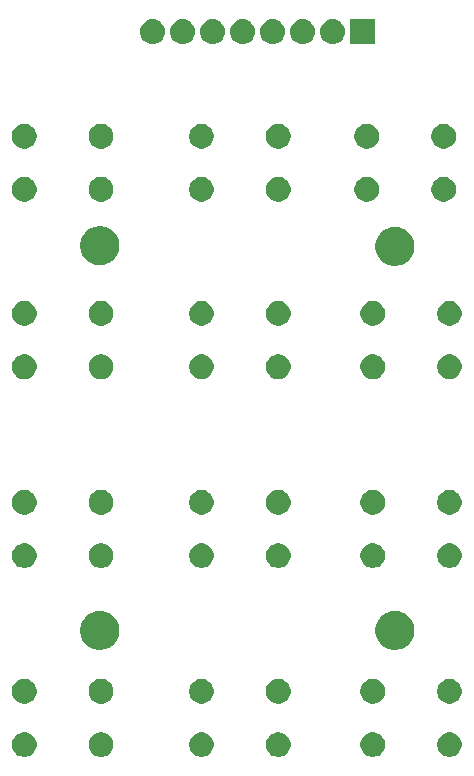
<source format=gbr>
G04 #@! TF.GenerationSoftware,KiCad,Pcbnew,5.0.2+dfsg1-1*
G04 #@! TF.CreationDate,2021-09-16T10:52:53+05:30*
G04 #@! TF.ProjectId,KEYBORD_PCB_V1,4b455942-4f52-4445-9f50-43425f56312e,rev?*
G04 #@! TF.SameCoordinates,Original*
G04 #@! TF.FileFunction,Soldermask,Top*
G04 #@! TF.FilePolarity,Negative*
%FSLAX46Y46*%
G04 Gerber Fmt 4.6, Leading zero omitted, Abs format (unit mm)*
G04 Created by KiCad (PCBNEW 5.0.2+dfsg1-1) date Thu 16 Sep 2021 10:52:53 AM IST*
%MOMM*%
%LPD*%
G01*
G04 APERTURE LIST*
%ADD10C,0.100000*%
G04 APERTURE END LIST*
D10*
G36*
X113306565Y-99489389D02*
X113497834Y-99568615D01*
X113669976Y-99683637D01*
X113816363Y-99830024D01*
X113931385Y-100002166D01*
X114010611Y-100193435D01*
X114051000Y-100396484D01*
X114051000Y-100603516D01*
X114010611Y-100806565D01*
X113931385Y-100997834D01*
X113816363Y-101169976D01*
X113669976Y-101316363D01*
X113497834Y-101431385D01*
X113306565Y-101510611D01*
X113103516Y-101551000D01*
X112896484Y-101551000D01*
X112693435Y-101510611D01*
X112502166Y-101431385D01*
X112330024Y-101316363D01*
X112183637Y-101169976D01*
X112068615Y-100997834D01*
X111989389Y-100806565D01*
X111949000Y-100603516D01*
X111949000Y-100396484D01*
X111989389Y-100193435D01*
X112068615Y-100002166D01*
X112183637Y-99830024D01*
X112330024Y-99683637D01*
X112502166Y-99568615D01*
X112693435Y-99489389D01*
X112896484Y-99449000D01*
X113103516Y-99449000D01*
X113306565Y-99489389D01*
X113306565Y-99489389D01*
G37*
G36*
X92306565Y-99489389D02*
X92497834Y-99568615D01*
X92669976Y-99683637D01*
X92816363Y-99830024D01*
X92931385Y-100002166D01*
X93010611Y-100193435D01*
X93051000Y-100396484D01*
X93051000Y-100603516D01*
X93010611Y-100806565D01*
X92931385Y-100997834D01*
X92816363Y-101169976D01*
X92669976Y-101316363D01*
X92497834Y-101431385D01*
X92306565Y-101510611D01*
X92103516Y-101551000D01*
X91896484Y-101551000D01*
X91693435Y-101510611D01*
X91502166Y-101431385D01*
X91330024Y-101316363D01*
X91183637Y-101169976D01*
X91068615Y-100997834D01*
X90989389Y-100806565D01*
X90949000Y-100603516D01*
X90949000Y-100396484D01*
X90989389Y-100193435D01*
X91068615Y-100002166D01*
X91183637Y-99830024D01*
X91330024Y-99683637D01*
X91502166Y-99568615D01*
X91693435Y-99489389D01*
X91896484Y-99449000D01*
X92103516Y-99449000D01*
X92306565Y-99489389D01*
X92306565Y-99489389D01*
G37*
G36*
X98806565Y-99489389D02*
X98997834Y-99568615D01*
X99169976Y-99683637D01*
X99316363Y-99830024D01*
X99431385Y-100002166D01*
X99510611Y-100193435D01*
X99551000Y-100396484D01*
X99551000Y-100603516D01*
X99510611Y-100806565D01*
X99431385Y-100997834D01*
X99316363Y-101169976D01*
X99169976Y-101316363D01*
X98997834Y-101431385D01*
X98806565Y-101510611D01*
X98603516Y-101551000D01*
X98396484Y-101551000D01*
X98193435Y-101510611D01*
X98002166Y-101431385D01*
X97830024Y-101316363D01*
X97683637Y-101169976D01*
X97568615Y-100997834D01*
X97489389Y-100806565D01*
X97449000Y-100603516D01*
X97449000Y-100396484D01*
X97489389Y-100193435D01*
X97568615Y-100002166D01*
X97683637Y-99830024D01*
X97830024Y-99683637D01*
X98002166Y-99568615D01*
X98193435Y-99489389D01*
X98396484Y-99449000D01*
X98603516Y-99449000D01*
X98806565Y-99489389D01*
X98806565Y-99489389D01*
G37*
G36*
X83806565Y-99489389D02*
X83997834Y-99568615D01*
X84169976Y-99683637D01*
X84316363Y-99830024D01*
X84431385Y-100002166D01*
X84510611Y-100193435D01*
X84551000Y-100396484D01*
X84551000Y-100603516D01*
X84510611Y-100806565D01*
X84431385Y-100997834D01*
X84316363Y-101169976D01*
X84169976Y-101316363D01*
X83997834Y-101431385D01*
X83806565Y-101510611D01*
X83603516Y-101551000D01*
X83396484Y-101551000D01*
X83193435Y-101510611D01*
X83002166Y-101431385D01*
X82830024Y-101316363D01*
X82683637Y-101169976D01*
X82568615Y-100997834D01*
X82489389Y-100806565D01*
X82449000Y-100603516D01*
X82449000Y-100396484D01*
X82489389Y-100193435D01*
X82568615Y-100002166D01*
X82683637Y-99830024D01*
X82830024Y-99683637D01*
X83002166Y-99568615D01*
X83193435Y-99489389D01*
X83396484Y-99449000D01*
X83603516Y-99449000D01*
X83806565Y-99489389D01*
X83806565Y-99489389D01*
G37*
G36*
X77306565Y-99489389D02*
X77497834Y-99568615D01*
X77669976Y-99683637D01*
X77816363Y-99830024D01*
X77931385Y-100002166D01*
X78010611Y-100193435D01*
X78051000Y-100396484D01*
X78051000Y-100603516D01*
X78010611Y-100806565D01*
X77931385Y-100997834D01*
X77816363Y-101169976D01*
X77669976Y-101316363D01*
X77497834Y-101431385D01*
X77306565Y-101510611D01*
X77103516Y-101551000D01*
X76896484Y-101551000D01*
X76693435Y-101510611D01*
X76502166Y-101431385D01*
X76330024Y-101316363D01*
X76183637Y-101169976D01*
X76068615Y-100997834D01*
X75989389Y-100806565D01*
X75949000Y-100603516D01*
X75949000Y-100396484D01*
X75989389Y-100193435D01*
X76068615Y-100002166D01*
X76183637Y-99830024D01*
X76330024Y-99683637D01*
X76502166Y-99568615D01*
X76693435Y-99489389D01*
X76896484Y-99449000D01*
X77103516Y-99449000D01*
X77306565Y-99489389D01*
X77306565Y-99489389D01*
G37*
G36*
X106806565Y-99489389D02*
X106997834Y-99568615D01*
X107169976Y-99683637D01*
X107316363Y-99830024D01*
X107431385Y-100002166D01*
X107510611Y-100193435D01*
X107551000Y-100396484D01*
X107551000Y-100603516D01*
X107510611Y-100806565D01*
X107431385Y-100997834D01*
X107316363Y-101169976D01*
X107169976Y-101316363D01*
X106997834Y-101431385D01*
X106806565Y-101510611D01*
X106603516Y-101551000D01*
X106396484Y-101551000D01*
X106193435Y-101510611D01*
X106002166Y-101431385D01*
X105830024Y-101316363D01*
X105683637Y-101169976D01*
X105568615Y-100997834D01*
X105489389Y-100806565D01*
X105449000Y-100603516D01*
X105449000Y-100396484D01*
X105489389Y-100193435D01*
X105568615Y-100002166D01*
X105683637Y-99830024D01*
X105830024Y-99683637D01*
X106002166Y-99568615D01*
X106193435Y-99489389D01*
X106396484Y-99449000D01*
X106603516Y-99449000D01*
X106806565Y-99489389D01*
X106806565Y-99489389D01*
G37*
G36*
X113306565Y-94989389D02*
X113497834Y-95068615D01*
X113669976Y-95183637D01*
X113816363Y-95330024D01*
X113931385Y-95502166D01*
X114010611Y-95693435D01*
X114051000Y-95896484D01*
X114051000Y-96103516D01*
X114010611Y-96306565D01*
X113931385Y-96497834D01*
X113816363Y-96669976D01*
X113669976Y-96816363D01*
X113497834Y-96931385D01*
X113306565Y-97010611D01*
X113103516Y-97051000D01*
X112896484Y-97051000D01*
X112693435Y-97010611D01*
X112502166Y-96931385D01*
X112330024Y-96816363D01*
X112183637Y-96669976D01*
X112068615Y-96497834D01*
X111989389Y-96306565D01*
X111949000Y-96103516D01*
X111949000Y-95896484D01*
X111989389Y-95693435D01*
X112068615Y-95502166D01*
X112183637Y-95330024D01*
X112330024Y-95183637D01*
X112502166Y-95068615D01*
X112693435Y-94989389D01*
X112896484Y-94949000D01*
X113103516Y-94949000D01*
X113306565Y-94989389D01*
X113306565Y-94989389D01*
G37*
G36*
X77306565Y-94989389D02*
X77497834Y-95068615D01*
X77669976Y-95183637D01*
X77816363Y-95330024D01*
X77931385Y-95502166D01*
X78010611Y-95693435D01*
X78051000Y-95896484D01*
X78051000Y-96103516D01*
X78010611Y-96306565D01*
X77931385Y-96497834D01*
X77816363Y-96669976D01*
X77669976Y-96816363D01*
X77497834Y-96931385D01*
X77306565Y-97010611D01*
X77103516Y-97051000D01*
X76896484Y-97051000D01*
X76693435Y-97010611D01*
X76502166Y-96931385D01*
X76330024Y-96816363D01*
X76183637Y-96669976D01*
X76068615Y-96497834D01*
X75989389Y-96306565D01*
X75949000Y-96103516D01*
X75949000Y-95896484D01*
X75989389Y-95693435D01*
X76068615Y-95502166D01*
X76183637Y-95330024D01*
X76330024Y-95183637D01*
X76502166Y-95068615D01*
X76693435Y-94989389D01*
X76896484Y-94949000D01*
X77103516Y-94949000D01*
X77306565Y-94989389D01*
X77306565Y-94989389D01*
G37*
G36*
X83806565Y-94989389D02*
X83997834Y-95068615D01*
X84169976Y-95183637D01*
X84316363Y-95330024D01*
X84431385Y-95502166D01*
X84510611Y-95693435D01*
X84551000Y-95896484D01*
X84551000Y-96103516D01*
X84510611Y-96306565D01*
X84431385Y-96497834D01*
X84316363Y-96669976D01*
X84169976Y-96816363D01*
X83997834Y-96931385D01*
X83806565Y-97010611D01*
X83603516Y-97051000D01*
X83396484Y-97051000D01*
X83193435Y-97010611D01*
X83002166Y-96931385D01*
X82830024Y-96816363D01*
X82683637Y-96669976D01*
X82568615Y-96497834D01*
X82489389Y-96306565D01*
X82449000Y-96103516D01*
X82449000Y-95896484D01*
X82489389Y-95693435D01*
X82568615Y-95502166D01*
X82683637Y-95330024D01*
X82830024Y-95183637D01*
X83002166Y-95068615D01*
X83193435Y-94989389D01*
X83396484Y-94949000D01*
X83603516Y-94949000D01*
X83806565Y-94989389D01*
X83806565Y-94989389D01*
G37*
G36*
X92306565Y-94989389D02*
X92497834Y-95068615D01*
X92669976Y-95183637D01*
X92816363Y-95330024D01*
X92931385Y-95502166D01*
X93010611Y-95693435D01*
X93051000Y-95896484D01*
X93051000Y-96103516D01*
X93010611Y-96306565D01*
X92931385Y-96497834D01*
X92816363Y-96669976D01*
X92669976Y-96816363D01*
X92497834Y-96931385D01*
X92306565Y-97010611D01*
X92103516Y-97051000D01*
X91896484Y-97051000D01*
X91693435Y-97010611D01*
X91502166Y-96931385D01*
X91330024Y-96816363D01*
X91183637Y-96669976D01*
X91068615Y-96497834D01*
X90989389Y-96306565D01*
X90949000Y-96103516D01*
X90949000Y-95896484D01*
X90989389Y-95693435D01*
X91068615Y-95502166D01*
X91183637Y-95330024D01*
X91330024Y-95183637D01*
X91502166Y-95068615D01*
X91693435Y-94989389D01*
X91896484Y-94949000D01*
X92103516Y-94949000D01*
X92306565Y-94989389D01*
X92306565Y-94989389D01*
G37*
G36*
X106806565Y-94989389D02*
X106997834Y-95068615D01*
X107169976Y-95183637D01*
X107316363Y-95330024D01*
X107431385Y-95502166D01*
X107510611Y-95693435D01*
X107551000Y-95896484D01*
X107551000Y-96103516D01*
X107510611Y-96306565D01*
X107431385Y-96497834D01*
X107316363Y-96669976D01*
X107169976Y-96816363D01*
X106997834Y-96931385D01*
X106806565Y-97010611D01*
X106603516Y-97051000D01*
X106396484Y-97051000D01*
X106193435Y-97010611D01*
X106002166Y-96931385D01*
X105830024Y-96816363D01*
X105683637Y-96669976D01*
X105568615Y-96497834D01*
X105489389Y-96306565D01*
X105449000Y-96103516D01*
X105449000Y-95896484D01*
X105489389Y-95693435D01*
X105568615Y-95502166D01*
X105683637Y-95330024D01*
X105830024Y-95183637D01*
X106002166Y-95068615D01*
X106193435Y-94989389D01*
X106396484Y-94949000D01*
X106603516Y-94949000D01*
X106806565Y-94989389D01*
X106806565Y-94989389D01*
G37*
G36*
X98806565Y-94989389D02*
X98997834Y-95068615D01*
X99169976Y-95183637D01*
X99316363Y-95330024D01*
X99431385Y-95502166D01*
X99510611Y-95693435D01*
X99551000Y-95896484D01*
X99551000Y-96103516D01*
X99510611Y-96306565D01*
X99431385Y-96497834D01*
X99316363Y-96669976D01*
X99169976Y-96816363D01*
X98997834Y-96931385D01*
X98806565Y-97010611D01*
X98603516Y-97051000D01*
X98396484Y-97051000D01*
X98193435Y-97010611D01*
X98002166Y-96931385D01*
X97830024Y-96816363D01*
X97683637Y-96669976D01*
X97568615Y-96497834D01*
X97489389Y-96306565D01*
X97449000Y-96103516D01*
X97449000Y-95896484D01*
X97489389Y-95693435D01*
X97568615Y-95502166D01*
X97683637Y-95330024D01*
X97830024Y-95183637D01*
X98002166Y-95068615D01*
X98193435Y-94989389D01*
X98396484Y-94949000D01*
X98603516Y-94949000D01*
X98806565Y-94989389D01*
X98806565Y-94989389D01*
G37*
G36*
X83765256Y-89231298D02*
X83871579Y-89252447D01*
X84172042Y-89376903D01*
X84438852Y-89555180D01*
X84442454Y-89557587D01*
X84672413Y-89787546D01*
X84853098Y-90057960D01*
X84977553Y-90358422D01*
X85041000Y-90677389D01*
X85041000Y-91002611D01*
X84977553Y-91321578D01*
X84853098Y-91622040D01*
X84672413Y-91892454D01*
X84442454Y-92122413D01*
X84442451Y-92122415D01*
X84172042Y-92303097D01*
X83871579Y-92427553D01*
X83765256Y-92448702D01*
X83552611Y-92491000D01*
X83227389Y-92491000D01*
X83014744Y-92448702D01*
X82908421Y-92427553D01*
X82607958Y-92303097D01*
X82337549Y-92122415D01*
X82337546Y-92122413D01*
X82107587Y-91892454D01*
X81926902Y-91622040D01*
X81802447Y-91321578D01*
X81739000Y-91002611D01*
X81739000Y-90677389D01*
X81802447Y-90358422D01*
X81926902Y-90057960D01*
X82107587Y-89787546D01*
X82337546Y-89557587D01*
X82341148Y-89555180D01*
X82607958Y-89376903D01*
X82908421Y-89252447D01*
X83014744Y-89231298D01*
X83227389Y-89189000D01*
X83552611Y-89189000D01*
X83765256Y-89231298D01*
X83765256Y-89231298D01*
G37*
G36*
X108755256Y-89231298D02*
X108861579Y-89252447D01*
X109162042Y-89376903D01*
X109428852Y-89555180D01*
X109432454Y-89557587D01*
X109662413Y-89787546D01*
X109843098Y-90057960D01*
X109967553Y-90358422D01*
X110031000Y-90677389D01*
X110031000Y-91002611D01*
X109967553Y-91321578D01*
X109843098Y-91622040D01*
X109662413Y-91892454D01*
X109432454Y-92122413D01*
X109432451Y-92122415D01*
X109162042Y-92303097D01*
X108861579Y-92427553D01*
X108755256Y-92448702D01*
X108542611Y-92491000D01*
X108217389Y-92491000D01*
X108004744Y-92448702D01*
X107898421Y-92427553D01*
X107597958Y-92303097D01*
X107327549Y-92122415D01*
X107327546Y-92122413D01*
X107097587Y-91892454D01*
X106916902Y-91622040D01*
X106792447Y-91321578D01*
X106729000Y-91002611D01*
X106729000Y-90677389D01*
X106792447Y-90358422D01*
X106916902Y-90057960D01*
X107097587Y-89787546D01*
X107327546Y-89557587D01*
X107331148Y-89555180D01*
X107597958Y-89376903D01*
X107898421Y-89252447D01*
X108004744Y-89231298D01*
X108217389Y-89189000D01*
X108542611Y-89189000D01*
X108755256Y-89231298D01*
X108755256Y-89231298D01*
G37*
G36*
X106806565Y-83489389D02*
X106997834Y-83568615D01*
X107169976Y-83683637D01*
X107316363Y-83830024D01*
X107431385Y-84002166D01*
X107510611Y-84193435D01*
X107551000Y-84396484D01*
X107551000Y-84603516D01*
X107510611Y-84806565D01*
X107431385Y-84997834D01*
X107316363Y-85169976D01*
X107169976Y-85316363D01*
X106997834Y-85431385D01*
X106806565Y-85510611D01*
X106603516Y-85551000D01*
X106396484Y-85551000D01*
X106193435Y-85510611D01*
X106002166Y-85431385D01*
X105830024Y-85316363D01*
X105683637Y-85169976D01*
X105568615Y-84997834D01*
X105489389Y-84806565D01*
X105449000Y-84603516D01*
X105449000Y-84396484D01*
X105489389Y-84193435D01*
X105568615Y-84002166D01*
X105683637Y-83830024D01*
X105830024Y-83683637D01*
X106002166Y-83568615D01*
X106193435Y-83489389D01*
X106396484Y-83449000D01*
X106603516Y-83449000D01*
X106806565Y-83489389D01*
X106806565Y-83489389D01*
G37*
G36*
X77306565Y-83489389D02*
X77497834Y-83568615D01*
X77669976Y-83683637D01*
X77816363Y-83830024D01*
X77931385Y-84002166D01*
X78010611Y-84193435D01*
X78051000Y-84396484D01*
X78051000Y-84603516D01*
X78010611Y-84806565D01*
X77931385Y-84997834D01*
X77816363Y-85169976D01*
X77669976Y-85316363D01*
X77497834Y-85431385D01*
X77306565Y-85510611D01*
X77103516Y-85551000D01*
X76896484Y-85551000D01*
X76693435Y-85510611D01*
X76502166Y-85431385D01*
X76330024Y-85316363D01*
X76183637Y-85169976D01*
X76068615Y-84997834D01*
X75989389Y-84806565D01*
X75949000Y-84603516D01*
X75949000Y-84396484D01*
X75989389Y-84193435D01*
X76068615Y-84002166D01*
X76183637Y-83830024D01*
X76330024Y-83683637D01*
X76502166Y-83568615D01*
X76693435Y-83489389D01*
X76896484Y-83449000D01*
X77103516Y-83449000D01*
X77306565Y-83489389D01*
X77306565Y-83489389D01*
G37*
G36*
X83806565Y-83489389D02*
X83997834Y-83568615D01*
X84169976Y-83683637D01*
X84316363Y-83830024D01*
X84431385Y-84002166D01*
X84510611Y-84193435D01*
X84551000Y-84396484D01*
X84551000Y-84603516D01*
X84510611Y-84806565D01*
X84431385Y-84997834D01*
X84316363Y-85169976D01*
X84169976Y-85316363D01*
X83997834Y-85431385D01*
X83806565Y-85510611D01*
X83603516Y-85551000D01*
X83396484Y-85551000D01*
X83193435Y-85510611D01*
X83002166Y-85431385D01*
X82830024Y-85316363D01*
X82683637Y-85169976D01*
X82568615Y-84997834D01*
X82489389Y-84806565D01*
X82449000Y-84603516D01*
X82449000Y-84396484D01*
X82489389Y-84193435D01*
X82568615Y-84002166D01*
X82683637Y-83830024D01*
X82830024Y-83683637D01*
X83002166Y-83568615D01*
X83193435Y-83489389D01*
X83396484Y-83449000D01*
X83603516Y-83449000D01*
X83806565Y-83489389D01*
X83806565Y-83489389D01*
G37*
G36*
X92306565Y-83489389D02*
X92497834Y-83568615D01*
X92669976Y-83683637D01*
X92816363Y-83830024D01*
X92931385Y-84002166D01*
X93010611Y-84193435D01*
X93051000Y-84396484D01*
X93051000Y-84603516D01*
X93010611Y-84806565D01*
X92931385Y-84997834D01*
X92816363Y-85169976D01*
X92669976Y-85316363D01*
X92497834Y-85431385D01*
X92306565Y-85510611D01*
X92103516Y-85551000D01*
X91896484Y-85551000D01*
X91693435Y-85510611D01*
X91502166Y-85431385D01*
X91330024Y-85316363D01*
X91183637Y-85169976D01*
X91068615Y-84997834D01*
X90989389Y-84806565D01*
X90949000Y-84603516D01*
X90949000Y-84396484D01*
X90989389Y-84193435D01*
X91068615Y-84002166D01*
X91183637Y-83830024D01*
X91330024Y-83683637D01*
X91502166Y-83568615D01*
X91693435Y-83489389D01*
X91896484Y-83449000D01*
X92103516Y-83449000D01*
X92306565Y-83489389D01*
X92306565Y-83489389D01*
G37*
G36*
X98806565Y-83489389D02*
X98997834Y-83568615D01*
X99169976Y-83683637D01*
X99316363Y-83830024D01*
X99431385Y-84002166D01*
X99510611Y-84193435D01*
X99551000Y-84396484D01*
X99551000Y-84603516D01*
X99510611Y-84806565D01*
X99431385Y-84997834D01*
X99316363Y-85169976D01*
X99169976Y-85316363D01*
X98997834Y-85431385D01*
X98806565Y-85510611D01*
X98603516Y-85551000D01*
X98396484Y-85551000D01*
X98193435Y-85510611D01*
X98002166Y-85431385D01*
X97830024Y-85316363D01*
X97683637Y-85169976D01*
X97568615Y-84997834D01*
X97489389Y-84806565D01*
X97449000Y-84603516D01*
X97449000Y-84396484D01*
X97489389Y-84193435D01*
X97568615Y-84002166D01*
X97683637Y-83830024D01*
X97830024Y-83683637D01*
X98002166Y-83568615D01*
X98193435Y-83489389D01*
X98396484Y-83449000D01*
X98603516Y-83449000D01*
X98806565Y-83489389D01*
X98806565Y-83489389D01*
G37*
G36*
X113306565Y-83489389D02*
X113497834Y-83568615D01*
X113669976Y-83683637D01*
X113816363Y-83830024D01*
X113931385Y-84002166D01*
X114010611Y-84193435D01*
X114051000Y-84396484D01*
X114051000Y-84603516D01*
X114010611Y-84806565D01*
X113931385Y-84997834D01*
X113816363Y-85169976D01*
X113669976Y-85316363D01*
X113497834Y-85431385D01*
X113306565Y-85510611D01*
X113103516Y-85551000D01*
X112896484Y-85551000D01*
X112693435Y-85510611D01*
X112502166Y-85431385D01*
X112330024Y-85316363D01*
X112183637Y-85169976D01*
X112068615Y-84997834D01*
X111989389Y-84806565D01*
X111949000Y-84603516D01*
X111949000Y-84396484D01*
X111989389Y-84193435D01*
X112068615Y-84002166D01*
X112183637Y-83830024D01*
X112330024Y-83683637D01*
X112502166Y-83568615D01*
X112693435Y-83489389D01*
X112896484Y-83449000D01*
X113103516Y-83449000D01*
X113306565Y-83489389D01*
X113306565Y-83489389D01*
G37*
G36*
X106806565Y-78989389D02*
X106997834Y-79068615D01*
X107169976Y-79183637D01*
X107316363Y-79330024D01*
X107431385Y-79502166D01*
X107510611Y-79693435D01*
X107551000Y-79896484D01*
X107551000Y-80103516D01*
X107510611Y-80306565D01*
X107431385Y-80497834D01*
X107316363Y-80669976D01*
X107169976Y-80816363D01*
X106997834Y-80931385D01*
X106806565Y-81010611D01*
X106603516Y-81051000D01*
X106396484Y-81051000D01*
X106193435Y-81010611D01*
X106002166Y-80931385D01*
X105830024Y-80816363D01*
X105683637Y-80669976D01*
X105568615Y-80497834D01*
X105489389Y-80306565D01*
X105449000Y-80103516D01*
X105449000Y-79896484D01*
X105489389Y-79693435D01*
X105568615Y-79502166D01*
X105683637Y-79330024D01*
X105830024Y-79183637D01*
X106002166Y-79068615D01*
X106193435Y-78989389D01*
X106396484Y-78949000D01*
X106603516Y-78949000D01*
X106806565Y-78989389D01*
X106806565Y-78989389D01*
G37*
G36*
X113306565Y-78989389D02*
X113497834Y-79068615D01*
X113669976Y-79183637D01*
X113816363Y-79330024D01*
X113931385Y-79502166D01*
X114010611Y-79693435D01*
X114051000Y-79896484D01*
X114051000Y-80103516D01*
X114010611Y-80306565D01*
X113931385Y-80497834D01*
X113816363Y-80669976D01*
X113669976Y-80816363D01*
X113497834Y-80931385D01*
X113306565Y-81010611D01*
X113103516Y-81051000D01*
X112896484Y-81051000D01*
X112693435Y-81010611D01*
X112502166Y-80931385D01*
X112330024Y-80816363D01*
X112183637Y-80669976D01*
X112068615Y-80497834D01*
X111989389Y-80306565D01*
X111949000Y-80103516D01*
X111949000Y-79896484D01*
X111989389Y-79693435D01*
X112068615Y-79502166D01*
X112183637Y-79330024D01*
X112330024Y-79183637D01*
X112502166Y-79068615D01*
X112693435Y-78989389D01*
X112896484Y-78949000D01*
X113103516Y-78949000D01*
X113306565Y-78989389D01*
X113306565Y-78989389D01*
G37*
G36*
X83806565Y-78989389D02*
X83997834Y-79068615D01*
X84169976Y-79183637D01*
X84316363Y-79330024D01*
X84431385Y-79502166D01*
X84510611Y-79693435D01*
X84551000Y-79896484D01*
X84551000Y-80103516D01*
X84510611Y-80306565D01*
X84431385Y-80497834D01*
X84316363Y-80669976D01*
X84169976Y-80816363D01*
X83997834Y-80931385D01*
X83806565Y-81010611D01*
X83603516Y-81051000D01*
X83396484Y-81051000D01*
X83193435Y-81010611D01*
X83002166Y-80931385D01*
X82830024Y-80816363D01*
X82683637Y-80669976D01*
X82568615Y-80497834D01*
X82489389Y-80306565D01*
X82449000Y-80103516D01*
X82449000Y-79896484D01*
X82489389Y-79693435D01*
X82568615Y-79502166D01*
X82683637Y-79330024D01*
X82830024Y-79183637D01*
X83002166Y-79068615D01*
X83193435Y-78989389D01*
X83396484Y-78949000D01*
X83603516Y-78949000D01*
X83806565Y-78989389D01*
X83806565Y-78989389D01*
G37*
G36*
X77306565Y-78989389D02*
X77497834Y-79068615D01*
X77669976Y-79183637D01*
X77816363Y-79330024D01*
X77931385Y-79502166D01*
X78010611Y-79693435D01*
X78051000Y-79896484D01*
X78051000Y-80103516D01*
X78010611Y-80306565D01*
X77931385Y-80497834D01*
X77816363Y-80669976D01*
X77669976Y-80816363D01*
X77497834Y-80931385D01*
X77306565Y-81010611D01*
X77103516Y-81051000D01*
X76896484Y-81051000D01*
X76693435Y-81010611D01*
X76502166Y-80931385D01*
X76330024Y-80816363D01*
X76183637Y-80669976D01*
X76068615Y-80497834D01*
X75989389Y-80306565D01*
X75949000Y-80103516D01*
X75949000Y-79896484D01*
X75989389Y-79693435D01*
X76068615Y-79502166D01*
X76183637Y-79330024D01*
X76330024Y-79183637D01*
X76502166Y-79068615D01*
X76693435Y-78989389D01*
X76896484Y-78949000D01*
X77103516Y-78949000D01*
X77306565Y-78989389D01*
X77306565Y-78989389D01*
G37*
G36*
X92306565Y-78989389D02*
X92497834Y-79068615D01*
X92669976Y-79183637D01*
X92816363Y-79330024D01*
X92931385Y-79502166D01*
X93010611Y-79693435D01*
X93051000Y-79896484D01*
X93051000Y-80103516D01*
X93010611Y-80306565D01*
X92931385Y-80497834D01*
X92816363Y-80669976D01*
X92669976Y-80816363D01*
X92497834Y-80931385D01*
X92306565Y-81010611D01*
X92103516Y-81051000D01*
X91896484Y-81051000D01*
X91693435Y-81010611D01*
X91502166Y-80931385D01*
X91330024Y-80816363D01*
X91183637Y-80669976D01*
X91068615Y-80497834D01*
X90989389Y-80306565D01*
X90949000Y-80103516D01*
X90949000Y-79896484D01*
X90989389Y-79693435D01*
X91068615Y-79502166D01*
X91183637Y-79330024D01*
X91330024Y-79183637D01*
X91502166Y-79068615D01*
X91693435Y-78989389D01*
X91896484Y-78949000D01*
X92103516Y-78949000D01*
X92306565Y-78989389D01*
X92306565Y-78989389D01*
G37*
G36*
X98806565Y-78989389D02*
X98997834Y-79068615D01*
X99169976Y-79183637D01*
X99316363Y-79330024D01*
X99431385Y-79502166D01*
X99510611Y-79693435D01*
X99551000Y-79896484D01*
X99551000Y-80103516D01*
X99510611Y-80306565D01*
X99431385Y-80497834D01*
X99316363Y-80669976D01*
X99169976Y-80816363D01*
X98997834Y-80931385D01*
X98806565Y-81010611D01*
X98603516Y-81051000D01*
X98396484Y-81051000D01*
X98193435Y-81010611D01*
X98002166Y-80931385D01*
X97830024Y-80816363D01*
X97683637Y-80669976D01*
X97568615Y-80497834D01*
X97489389Y-80306565D01*
X97449000Y-80103516D01*
X97449000Y-79896484D01*
X97489389Y-79693435D01*
X97568615Y-79502166D01*
X97683637Y-79330024D01*
X97830024Y-79183637D01*
X98002166Y-79068615D01*
X98193435Y-78989389D01*
X98396484Y-78949000D01*
X98603516Y-78949000D01*
X98806565Y-78989389D01*
X98806565Y-78989389D01*
G37*
G36*
X113306565Y-67489389D02*
X113497834Y-67568615D01*
X113669976Y-67683637D01*
X113816363Y-67830024D01*
X113931385Y-68002166D01*
X114010611Y-68193435D01*
X114051000Y-68396484D01*
X114051000Y-68603516D01*
X114010611Y-68806565D01*
X113931385Y-68997834D01*
X113816363Y-69169976D01*
X113669976Y-69316363D01*
X113497834Y-69431385D01*
X113306565Y-69510611D01*
X113103516Y-69551000D01*
X112896484Y-69551000D01*
X112693435Y-69510611D01*
X112502166Y-69431385D01*
X112330024Y-69316363D01*
X112183637Y-69169976D01*
X112068615Y-68997834D01*
X111989389Y-68806565D01*
X111949000Y-68603516D01*
X111949000Y-68396484D01*
X111989389Y-68193435D01*
X112068615Y-68002166D01*
X112183637Y-67830024D01*
X112330024Y-67683637D01*
X112502166Y-67568615D01*
X112693435Y-67489389D01*
X112896484Y-67449000D01*
X113103516Y-67449000D01*
X113306565Y-67489389D01*
X113306565Y-67489389D01*
G37*
G36*
X106806565Y-67489389D02*
X106997834Y-67568615D01*
X107169976Y-67683637D01*
X107316363Y-67830024D01*
X107431385Y-68002166D01*
X107510611Y-68193435D01*
X107551000Y-68396484D01*
X107551000Y-68603516D01*
X107510611Y-68806565D01*
X107431385Y-68997834D01*
X107316363Y-69169976D01*
X107169976Y-69316363D01*
X106997834Y-69431385D01*
X106806565Y-69510611D01*
X106603516Y-69551000D01*
X106396484Y-69551000D01*
X106193435Y-69510611D01*
X106002166Y-69431385D01*
X105830024Y-69316363D01*
X105683637Y-69169976D01*
X105568615Y-68997834D01*
X105489389Y-68806565D01*
X105449000Y-68603516D01*
X105449000Y-68396484D01*
X105489389Y-68193435D01*
X105568615Y-68002166D01*
X105683637Y-67830024D01*
X105830024Y-67683637D01*
X106002166Y-67568615D01*
X106193435Y-67489389D01*
X106396484Y-67449000D01*
X106603516Y-67449000D01*
X106806565Y-67489389D01*
X106806565Y-67489389D01*
G37*
G36*
X92306565Y-67489389D02*
X92497834Y-67568615D01*
X92669976Y-67683637D01*
X92816363Y-67830024D01*
X92931385Y-68002166D01*
X93010611Y-68193435D01*
X93051000Y-68396484D01*
X93051000Y-68603516D01*
X93010611Y-68806565D01*
X92931385Y-68997834D01*
X92816363Y-69169976D01*
X92669976Y-69316363D01*
X92497834Y-69431385D01*
X92306565Y-69510611D01*
X92103516Y-69551000D01*
X91896484Y-69551000D01*
X91693435Y-69510611D01*
X91502166Y-69431385D01*
X91330024Y-69316363D01*
X91183637Y-69169976D01*
X91068615Y-68997834D01*
X90989389Y-68806565D01*
X90949000Y-68603516D01*
X90949000Y-68396484D01*
X90989389Y-68193435D01*
X91068615Y-68002166D01*
X91183637Y-67830024D01*
X91330024Y-67683637D01*
X91502166Y-67568615D01*
X91693435Y-67489389D01*
X91896484Y-67449000D01*
X92103516Y-67449000D01*
X92306565Y-67489389D01*
X92306565Y-67489389D01*
G37*
G36*
X83806565Y-67489389D02*
X83997834Y-67568615D01*
X84169976Y-67683637D01*
X84316363Y-67830024D01*
X84431385Y-68002166D01*
X84510611Y-68193435D01*
X84551000Y-68396484D01*
X84551000Y-68603516D01*
X84510611Y-68806565D01*
X84431385Y-68997834D01*
X84316363Y-69169976D01*
X84169976Y-69316363D01*
X83997834Y-69431385D01*
X83806565Y-69510611D01*
X83603516Y-69551000D01*
X83396484Y-69551000D01*
X83193435Y-69510611D01*
X83002166Y-69431385D01*
X82830024Y-69316363D01*
X82683637Y-69169976D01*
X82568615Y-68997834D01*
X82489389Y-68806565D01*
X82449000Y-68603516D01*
X82449000Y-68396484D01*
X82489389Y-68193435D01*
X82568615Y-68002166D01*
X82683637Y-67830024D01*
X82830024Y-67683637D01*
X83002166Y-67568615D01*
X83193435Y-67489389D01*
X83396484Y-67449000D01*
X83603516Y-67449000D01*
X83806565Y-67489389D01*
X83806565Y-67489389D01*
G37*
G36*
X77306565Y-67489389D02*
X77497834Y-67568615D01*
X77669976Y-67683637D01*
X77816363Y-67830024D01*
X77931385Y-68002166D01*
X78010611Y-68193435D01*
X78051000Y-68396484D01*
X78051000Y-68603516D01*
X78010611Y-68806565D01*
X77931385Y-68997834D01*
X77816363Y-69169976D01*
X77669976Y-69316363D01*
X77497834Y-69431385D01*
X77306565Y-69510611D01*
X77103516Y-69551000D01*
X76896484Y-69551000D01*
X76693435Y-69510611D01*
X76502166Y-69431385D01*
X76330024Y-69316363D01*
X76183637Y-69169976D01*
X76068615Y-68997834D01*
X75989389Y-68806565D01*
X75949000Y-68603516D01*
X75949000Y-68396484D01*
X75989389Y-68193435D01*
X76068615Y-68002166D01*
X76183637Y-67830024D01*
X76330024Y-67683637D01*
X76502166Y-67568615D01*
X76693435Y-67489389D01*
X76896484Y-67449000D01*
X77103516Y-67449000D01*
X77306565Y-67489389D01*
X77306565Y-67489389D01*
G37*
G36*
X98806565Y-67489389D02*
X98997834Y-67568615D01*
X99169976Y-67683637D01*
X99316363Y-67830024D01*
X99431385Y-68002166D01*
X99510611Y-68193435D01*
X99551000Y-68396484D01*
X99551000Y-68603516D01*
X99510611Y-68806565D01*
X99431385Y-68997834D01*
X99316363Y-69169976D01*
X99169976Y-69316363D01*
X98997834Y-69431385D01*
X98806565Y-69510611D01*
X98603516Y-69551000D01*
X98396484Y-69551000D01*
X98193435Y-69510611D01*
X98002166Y-69431385D01*
X97830024Y-69316363D01*
X97683637Y-69169976D01*
X97568615Y-68997834D01*
X97489389Y-68806565D01*
X97449000Y-68603516D01*
X97449000Y-68396484D01*
X97489389Y-68193435D01*
X97568615Y-68002166D01*
X97683637Y-67830024D01*
X97830024Y-67683637D01*
X98002166Y-67568615D01*
X98193435Y-67489389D01*
X98396484Y-67449000D01*
X98603516Y-67449000D01*
X98806565Y-67489389D01*
X98806565Y-67489389D01*
G37*
G36*
X106806565Y-62989389D02*
X106997834Y-63068615D01*
X107169976Y-63183637D01*
X107316363Y-63330024D01*
X107431385Y-63502166D01*
X107510611Y-63693435D01*
X107551000Y-63896484D01*
X107551000Y-64103516D01*
X107510611Y-64306565D01*
X107431385Y-64497834D01*
X107316363Y-64669976D01*
X107169976Y-64816363D01*
X106997834Y-64931385D01*
X106806565Y-65010611D01*
X106603516Y-65051000D01*
X106396484Y-65051000D01*
X106193435Y-65010611D01*
X106002166Y-64931385D01*
X105830024Y-64816363D01*
X105683637Y-64669976D01*
X105568615Y-64497834D01*
X105489389Y-64306565D01*
X105449000Y-64103516D01*
X105449000Y-63896484D01*
X105489389Y-63693435D01*
X105568615Y-63502166D01*
X105683637Y-63330024D01*
X105830024Y-63183637D01*
X106002166Y-63068615D01*
X106193435Y-62989389D01*
X106396484Y-62949000D01*
X106603516Y-62949000D01*
X106806565Y-62989389D01*
X106806565Y-62989389D01*
G37*
G36*
X77306565Y-62989389D02*
X77497834Y-63068615D01*
X77669976Y-63183637D01*
X77816363Y-63330024D01*
X77931385Y-63502166D01*
X78010611Y-63693435D01*
X78051000Y-63896484D01*
X78051000Y-64103516D01*
X78010611Y-64306565D01*
X77931385Y-64497834D01*
X77816363Y-64669976D01*
X77669976Y-64816363D01*
X77497834Y-64931385D01*
X77306565Y-65010611D01*
X77103516Y-65051000D01*
X76896484Y-65051000D01*
X76693435Y-65010611D01*
X76502166Y-64931385D01*
X76330024Y-64816363D01*
X76183637Y-64669976D01*
X76068615Y-64497834D01*
X75989389Y-64306565D01*
X75949000Y-64103516D01*
X75949000Y-63896484D01*
X75989389Y-63693435D01*
X76068615Y-63502166D01*
X76183637Y-63330024D01*
X76330024Y-63183637D01*
X76502166Y-63068615D01*
X76693435Y-62989389D01*
X76896484Y-62949000D01*
X77103516Y-62949000D01*
X77306565Y-62989389D01*
X77306565Y-62989389D01*
G37*
G36*
X113306565Y-62989389D02*
X113497834Y-63068615D01*
X113669976Y-63183637D01*
X113816363Y-63330024D01*
X113931385Y-63502166D01*
X114010611Y-63693435D01*
X114051000Y-63896484D01*
X114051000Y-64103516D01*
X114010611Y-64306565D01*
X113931385Y-64497834D01*
X113816363Y-64669976D01*
X113669976Y-64816363D01*
X113497834Y-64931385D01*
X113306565Y-65010611D01*
X113103516Y-65051000D01*
X112896484Y-65051000D01*
X112693435Y-65010611D01*
X112502166Y-64931385D01*
X112330024Y-64816363D01*
X112183637Y-64669976D01*
X112068615Y-64497834D01*
X111989389Y-64306565D01*
X111949000Y-64103516D01*
X111949000Y-63896484D01*
X111989389Y-63693435D01*
X112068615Y-63502166D01*
X112183637Y-63330024D01*
X112330024Y-63183637D01*
X112502166Y-63068615D01*
X112693435Y-62989389D01*
X112896484Y-62949000D01*
X113103516Y-62949000D01*
X113306565Y-62989389D01*
X113306565Y-62989389D01*
G37*
G36*
X98806565Y-62989389D02*
X98997834Y-63068615D01*
X99169976Y-63183637D01*
X99316363Y-63330024D01*
X99431385Y-63502166D01*
X99510611Y-63693435D01*
X99551000Y-63896484D01*
X99551000Y-64103516D01*
X99510611Y-64306565D01*
X99431385Y-64497834D01*
X99316363Y-64669976D01*
X99169976Y-64816363D01*
X98997834Y-64931385D01*
X98806565Y-65010611D01*
X98603516Y-65051000D01*
X98396484Y-65051000D01*
X98193435Y-65010611D01*
X98002166Y-64931385D01*
X97830024Y-64816363D01*
X97683637Y-64669976D01*
X97568615Y-64497834D01*
X97489389Y-64306565D01*
X97449000Y-64103516D01*
X97449000Y-63896484D01*
X97489389Y-63693435D01*
X97568615Y-63502166D01*
X97683637Y-63330024D01*
X97830024Y-63183637D01*
X98002166Y-63068615D01*
X98193435Y-62989389D01*
X98396484Y-62949000D01*
X98603516Y-62949000D01*
X98806565Y-62989389D01*
X98806565Y-62989389D01*
G37*
G36*
X92306565Y-62989389D02*
X92497834Y-63068615D01*
X92669976Y-63183637D01*
X92816363Y-63330024D01*
X92931385Y-63502166D01*
X93010611Y-63693435D01*
X93051000Y-63896484D01*
X93051000Y-64103516D01*
X93010611Y-64306565D01*
X92931385Y-64497834D01*
X92816363Y-64669976D01*
X92669976Y-64816363D01*
X92497834Y-64931385D01*
X92306565Y-65010611D01*
X92103516Y-65051000D01*
X91896484Y-65051000D01*
X91693435Y-65010611D01*
X91502166Y-64931385D01*
X91330024Y-64816363D01*
X91183637Y-64669976D01*
X91068615Y-64497834D01*
X90989389Y-64306565D01*
X90949000Y-64103516D01*
X90949000Y-63896484D01*
X90989389Y-63693435D01*
X91068615Y-63502166D01*
X91183637Y-63330024D01*
X91330024Y-63183637D01*
X91502166Y-63068615D01*
X91693435Y-62989389D01*
X91896484Y-62949000D01*
X92103516Y-62949000D01*
X92306565Y-62989389D01*
X92306565Y-62989389D01*
G37*
G36*
X83806565Y-62989389D02*
X83997834Y-63068615D01*
X84169976Y-63183637D01*
X84316363Y-63330024D01*
X84431385Y-63502166D01*
X84510611Y-63693435D01*
X84551000Y-63896484D01*
X84551000Y-64103516D01*
X84510611Y-64306565D01*
X84431385Y-64497834D01*
X84316363Y-64669976D01*
X84169976Y-64816363D01*
X83997834Y-64931385D01*
X83806565Y-65010611D01*
X83603516Y-65051000D01*
X83396484Y-65051000D01*
X83193435Y-65010611D01*
X83002166Y-64931385D01*
X82830024Y-64816363D01*
X82683637Y-64669976D01*
X82568615Y-64497834D01*
X82489389Y-64306565D01*
X82449000Y-64103516D01*
X82449000Y-63896484D01*
X82489389Y-63693435D01*
X82568615Y-63502166D01*
X82683637Y-63330024D01*
X82830024Y-63183637D01*
X83002166Y-63068615D01*
X83193435Y-62989389D01*
X83396484Y-62949000D01*
X83603516Y-62949000D01*
X83806565Y-62989389D01*
X83806565Y-62989389D01*
G37*
G36*
X108755256Y-56721298D02*
X108861579Y-56742447D01*
X109162042Y-56866903D01*
X109312723Y-56967585D01*
X109432454Y-57047587D01*
X109662413Y-57277546D01*
X109662415Y-57277549D01*
X109789643Y-57467958D01*
X109843098Y-57547960D01*
X109967553Y-57848422D01*
X110031000Y-58167389D01*
X110031000Y-58492611D01*
X109967553Y-58811578D01*
X109843098Y-59112040D01*
X109662413Y-59382454D01*
X109432454Y-59612413D01*
X109432451Y-59612415D01*
X109162042Y-59793097D01*
X108861579Y-59917553D01*
X108755256Y-59938702D01*
X108542611Y-59981000D01*
X108217389Y-59981000D01*
X108004744Y-59938702D01*
X107898421Y-59917553D01*
X107597958Y-59793097D01*
X107327549Y-59612415D01*
X107327546Y-59612413D01*
X107097587Y-59382454D01*
X106916902Y-59112040D01*
X106792447Y-58811578D01*
X106729000Y-58492611D01*
X106729000Y-58167389D01*
X106792447Y-57848422D01*
X106916902Y-57547960D01*
X106970358Y-57467958D01*
X107097585Y-57277549D01*
X107097587Y-57277546D01*
X107327546Y-57047587D01*
X107447277Y-56967585D01*
X107597958Y-56866903D01*
X107898421Y-56742447D01*
X108004744Y-56721298D01*
X108217389Y-56679000D01*
X108542611Y-56679000D01*
X108755256Y-56721298D01*
X108755256Y-56721298D01*
G37*
G36*
X83765256Y-56641298D02*
X83871579Y-56662447D01*
X84172042Y-56786903D01*
X84291770Y-56866903D01*
X84442454Y-56967587D01*
X84672413Y-57197546D01*
X84672415Y-57197549D01*
X84853097Y-57467958D01*
X84977553Y-57768421D01*
X85041000Y-58087391D01*
X85041000Y-58412609D01*
X84977553Y-58731579D01*
X84853097Y-59032042D01*
X84674820Y-59298852D01*
X84672413Y-59302454D01*
X84442454Y-59532413D01*
X84442451Y-59532415D01*
X84172042Y-59713097D01*
X83871579Y-59837553D01*
X83765256Y-59858702D01*
X83552611Y-59901000D01*
X83227389Y-59901000D01*
X83014744Y-59858702D01*
X82908421Y-59837553D01*
X82607958Y-59713097D01*
X82337549Y-59532415D01*
X82337546Y-59532413D01*
X82107587Y-59302454D01*
X82105180Y-59298852D01*
X81926903Y-59032042D01*
X81802447Y-58731579D01*
X81739000Y-58412609D01*
X81739000Y-58087391D01*
X81802447Y-57768421D01*
X81926903Y-57467958D01*
X82107585Y-57197549D01*
X82107587Y-57197546D01*
X82337546Y-56967587D01*
X82488230Y-56866903D01*
X82607958Y-56786903D01*
X82908421Y-56662447D01*
X83014744Y-56641298D01*
X83227389Y-56599000D01*
X83552611Y-56599000D01*
X83765256Y-56641298D01*
X83765256Y-56641298D01*
G37*
G36*
X83806565Y-52489389D02*
X83997834Y-52568615D01*
X84169976Y-52683637D01*
X84316363Y-52830024D01*
X84431385Y-53002166D01*
X84510611Y-53193435D01*
X84551000Y-53396484D01*
X84551000Y-53603516D01*
X84510611Y-53806565D01*
X84431385Y-53997834D01*
X84316363Y-54169976D01*
X84169976Y-54316363D01*
X83997834Y-54431385D01*
X83806565Y-54510611D01*
X83603516Y-54551000D01*
X83396484Y-54551000D01*
X83193435Y-54510611D01*
X83002166Y-54431385D01*
X82830024Y-54316363D01*
X82683637Y-54169976D01*
X82568615Y-53997834D01*
X82489389Y-53806565D01*
X82449000Y-53603516D01*
X82449000Y-53396484D01*
X82489389Y-53193435D01*
X82568615Y-53002166D01*
X82683637Y-52830024D01*
X82830024Y-52683637D01*
X83002166Y-52568615D01*
X83193435Y-52489389D01*
X83396484Y-52449000D01*
X83603516Y-52449000D01*
X83806565Y-52489389D01*
X83806565Y-52489389D01*
G37*
G36*
X77306565Y-52489389D02*
X77497834Y-52568615D01*
X77669976Y-52683637D01*
X77816363Y-52830024D01*
X77931385Y-53002166D01*
X78010611Y-53193435D01*
X78051000Y-53396484D01*
X78051000Y-53603516D01*
X78010611Y-53806565D01*
X77931385Y-53997834D01*
X77816363Y-54169976D01*
X77669976Y-54316363D01*
X77497834Y-54431385D01*
X77306565Y-54510611D01*
X77103516Y-54551000D01*
X76896484Y-54551000D01*
X76693435Y-54510611D01*
X76502166Y-54431385D01*
X76330024Y-54316363D01*
X76183637Y-54169976D01*
X76068615Y-53997834D01*
X75989389Y-53806565D01*
X75949000Y-53603516D01*
X75949000Y-53396484D01*
X75989389Y-53193435D01*
X76068615Y-53002166D01*
X76183637Y-52830024D01*
X76330024Y-52683637D01*
X76502166Y-52568615D01*
X76693435Y-52489389D01*
X76896484Y-52449000D01*
X77103516Y-52449000D01*
X77306565Y-52489389D01*
X77306565Y-52489389D01*
G37*
G36*
X112806565Y-52489389D02*
X112997834Y-52568615D01*
X113169976Y-52683637D01*
X113316363Y-52830024D01*
X113431385Y-53002166D01*
X113510611Y-53193435D01*
X113551000Y-53396484D01*
X113551000Y-53603516D01*
X113510611Y-53806565D01*
X113431385Y-53997834D01*
X113316363Y-54169976D01*
X113169976Y-54316363D01*
X112997834Y-54431385D01*
X112806565Y-54510611D01*
X112603516Y-54551000D01*
X112396484Y-54551000D01*
X112193435Y-54510611D01*
X112002166Y-54431385D01*
X111830024Y-54316363D01*
X111683637Y-54169976D01*
X111568615Y-53997834D01*
X111489389Y-53806565D01*
X111449000Y-53603516D01*
X111449000Y-53396484D01*
X111489389Y-53193435D01*
X111568615Y-53002166D01*
X111683637Y-52830024D01*
X111830024Y-52683637D01*
X112002166Y-52568615D01*
X112193435Y-52489389D01*
X112396484Y-52449000D01*
X112603516Y-52449000D01*
X112806565Y-52489389D01*
X112806565Y-52489389D01*
G37*
G36*
X92306565Y-52489389D02*
X92497834Y-52568615D01*
X92669976Y-52683637D01*
X92816363Y-52830024D01*
X92931385Y-53002166D01*
X93010611Y-53193435D01*
X93051000Y-53396484D01*
X93051000Y-53603516D01*
X93010611Y-53806565D01*
X92931385Y-53997834D01*
X92816363Y-54169976D01*
X92669976Y-54316363D01*
X92497834Y-54431385D01*
X92306565Y-54510611D01*
X92103516Y-54551000D01*
X91896484Y-54551000D01*
X91693435Y-54510611D01*
X91502166Y-54431385D01*
X91330024Y-54316363D01*
X91183637Y-54169976D01*
X91068615Y-53997834D01*
X90989389Y-53806565D01*
X90949000Y-53603516D01*
X90949000Y-53396484D01*
X90989389Y-53193435D01*
X91068615Y-53002166D01*
X91183637Y-52830024D01*
X91330024Y-52683637D01*
X91502166Y-52568615D01*
X91693435Y-52489389D01*
X91896484Y-52449000D01*
X92103516Y-52449000D01*
X92306565Y-52489389D01*
X92306565Y-52489389D01*
G37*
G36*
X106306565Y-52489389D02*
X106497834Y-52568615D01*
X106669976Y-52683637D01*
X106816363Y-52830024D01*
X106931385Y-53002166D01*
X107010611Y-53193435D01*
X107051000Y-53396484D01*
X107051000Y-53603516D01*
X107010611Y-53806565D01*
X106931385Y-53997834D01*
X106816363Y-54169976D01*
X106669976Y-54316363D01*
X106497834Y-54431385D01*
X106306565Y-54510611D01*
X106103516Y-54551000D01*
X105896484Y-54551000D01*
X105693435Y-54510611D01*
X105502166Y-54431385D01*
X105330024Y-54316363D01*
X105183637Y-54169976D01*
X105068615Y-53997834D01*
X104989389Y-53806565D01*
X104949000Y-53603516D01*
X104949000Y-53396484D01*
X104989389Y-53193435D01*
X105068615Y-53002166D01*
X105183637Y-52830024D01*
X105330024Y-52683637D01*
X105502166Y-52568615D01*
X105693435Y-52489389D01*
X105896484Y-52449000D01*
X106103516Y-52449000D01*
X106306565Y-52489389D01*
X106306565Y-52489389D01*
G37*
G36*
X98806565Y-52489389D02*
X98997834Y-52568615D01*
X99169976Y-52683637D01*
X99316363Y-52830024D01*
X99431385Y-53002166D01*
X99510611Y-53193435D01*
X99551000Y-53396484D01*
X99551000Y-53603516D01*
X99510611Y-53806565D01*
X99431385Y-53997834D01*
X99316363Y-54169976D01*
X99169976Y-54316363D01*
X98997834Y-54431385D01*
X98806565Y-54510611D01*
X98603516Y-54551000D01*
X98396484Y-54551000D01*
X98193435Y-54510611D01*
X98002166Y-54431385D01*
X97830024Y-54316363D01*
X97683637Y-54169976D01*
X97568615Y-53997834D01*
X97489389Y-53806565D01*
X97449000Y-53603516D01*
X97449000Y-53396484D01*
X97489389Y-53193435D01*
X97568615Y-53002166D01*
X97683637Y-52830024D01*
X97830024Y-52683637D01*
X98002166Y-52568615D01*
X98193435Y-52489389D01*
X98396484Y-52449000D01*
X98603516Y-52449000D01*
X98806565Y-52489389D01*
X98806565Y-52489389D01*
G37*
G36*
X112806565Y-47989389D02*
X112997834Y-48068615D01*
X113169976Y-48183637D01*
X113316363Y-48330024D01*
X113431385Y-48502166D01*
X113510611Y-48693435D01*
X113551000Y-48896484D01*
X113551000Y-49103516D01*
X113510611Y-49306565D01*
X113431385Y-49497834D01*
X113316363Y-49669976D01*
X113169976Y-49816363D01*
X112997834Y-49931385D01*
X112806565Y-50010611D01*
X112603516Y-50051000D01*
X112396484Y-50051000D01*
X112193435Y-50010611D01*
X112002166Y-49931385D01*
X111830024Y-49816363D01*
X111683637Y-49669976D01*
X111568615Y-49497834D01*
X111489389Y-49306565D01*
X111449000Y-49103516D01*
X111449000Y-48896484D01*
X111489389Y-48693435D01*
X111568615Y-48502166D01*
X111683637Y-48330024D01*
X111830024Y-48183637D01*
X112002166Y-48068615D01*
X112193435Y-47989389D01*
X112396484Y-47949000D01*
X112603516Y-47949000D01*
X112806565Y-47989389D01*
X112806565Y-47989389D01*
G37*
G36*
X77306565Y-47989389D02*
X77497834Y-48068615D01*
X77669976Y-48183637D01*
X77816363Y-48330024D01*
X77931385Y-48502166D01*
X78010611Y-48693435D01*
X78051000Y-48896484D01*
X78051000Y-49103516D01*
X78010611Y-49306565D01*
X77931385Y-49497834D01*
X77816363Y-49669976D01*
X77669976Y-49816363D01*
X77497834Y-49931385D01*
X77306565Y-50010611D01*
X77103516Y-50051000D01*
X76896484Y-50051000D01*
X76693435Y-50010611D01*
X76502166Y-49931385D01*
X76330024Y-49816363D01*
X76183637Y-49669976D01*
X76068615Y-49497834D01*
X75989389Y-49306565D01*
X75949000Y-49103516D01*
X75949000Y-48896484D01*
X75989389Y-48693435D01*
X76068615Y-48502166D01*
X76183637Y-48330024D01*
X76330024Y-48183637D01*
X76502166Y-48068615D01*
X76693435Y-47989389D01*
X76896484Y-47949000D01*
X77103516Y-47949000D01*
X77306565Y-47989389D01*
X77306565Y-47989389D01*
G37*
G36*
X83806565Y-47989389D02*
X83997834Y-48068615D01*
X84169976Y-48183637D01*
X84316363Y-48330024D01*
X84431385Y-48502166D01*
X84510611Y-48693435D01*
X84551000Y-48896484D01*
X84551000Y-49103516D01*
X84510611Y-49306565D01*
X84431385Y-49497834D01*
X84316363Y-49669976D01*
X84169976Y-49816363D01*
X83997834Y-49931385D01*
X83806565Y-50010611D01*
X83603516Y-50051000D01*
X83396484Y-50051000D01*
X83193435Y-50010611D01*
X83002166Y-49931385D01*
X82830024Y-49816363D01*
X82683637Y-49669976D01*
X82568615Y-49497834D01*
X82489389Y-49306565D01*
X82449000Y-49103516D01*
X82449000Y-48896484D01*
X82489389Y-48693435D01*
X82568615Y-48502166D01*
X82683637Y-48330024D01*
X82830024Y-48183637D01*
X83002166Y-48068615D01*
X83193435Y-47989389D01*
X83396484Y-47949000D01*
X83603516Y-47949000D01*
X83806565Y-47989389D01*
X83806565Y-47989389D01*
G37*
G36*
X92306565Y-47989389D02*
X92497834Y-48068615D01*
X92669976Y-48183637D01*
X92816363Y-48330024D01*
X92931385Y-48502166D01*
X93010611Y-48693435D01*
X93051000Y-48896484D01*
X93051000Y-49103516D01*
X93010611Y-49306565D01*
X92931385Y-49497834D01*
X92816363Y-49669976D01*
X92669976Y-49816363D01*
X92497834Y-49931385D01*
X92306565Y-50010611D01*
X92103516Y-50051000D01*
X91896484Y-50051000D01*
X91693435Y-50010611D01*
X91502166Y-49931385D01*
X91330024Y-49816363D01*
X91183637Y-49669976D01*
X91068615Y-49497834D01*
X90989389Y-49306565D01*
X90949000Y-49103516D01*
X90949000Y-48896484D01*
X90989389Y-48693435D01*
X91068615Y-48502166D01*
X91183637Y-48330024D01*
X91330024Y-48183637D01*
X91502166Y-48068615D01*
X91693435Y-47989389D01*
X91896484Y-47949000D01*
X92103516Y-47949000D01*
X92306565Y-47989389D01*
X92306565Y-47989389D01*
G37*
G36*
X98806565Y-47989389D02*
X98997834Y-48068615D01*
X99169976Y-48183637D01*
X99316363Y-48330024D01*
X99431385Y-48502166D01*
X99510611Y-48693435D01*
X99551000Y-48896484D01*
X99551000Y-49103516D01*
X99510611Y-49306565D01*
X99431385Y-49497834D01*
X99316363Y-49669976D01*
X99169976Y-49816363D01*
X98997834Y-49931385D01*
X98806565Y-50010611D01*
X98603516Y-50051000D01*
X98396484Y-50051000D01*
X98193435Y-50010611D01*
X98002166Y-49931385D01*
X97830024Y-49816363D01*
X97683637Y-49669976D01*
X97568615Y-49497834D01*
X97489389Y-49306565D01*
X97449000Y-49103516D01*
X97449000Y-48896484D01*
X97489389Y-48693435D01*
X97568615Y-48502166D01*
X97683637Y-48330024D01*
X97830024Y-48183637D01*
X98002166Y-48068615D01*
X98193435Y-47989389D01*
X98396484Y-47949000D01*
X98603516Y-47949000D01*
X98806565Y-47989389D01*
X98806565Y-47989389D01*
G37*
G36*
X106306565Y-47989389D02*
X106497834Y-48068615D01*
X106669976Y-48183637D01*
X106816363Y-48330024D01*
X106931385Y-48502166D01*
X107010611Y-48693435D01*
X107051000Y-48896484D01*
X107051000Y-49103516D01*
X107010611Y-49306565D01*
X106931385Y-49497834D01*
X106816363Y-49669976D01*
X106669976Y-49816363D01*
X106497834Y-49931385D01*
X106306565Y-50010611D01*
X106103516Y-50051000D01*
X105896484Y-50051000D01*
X105693435Y-50010611D01*
X105502166Y-49931385D01*
X105330024Y-49816363D01*
X105183637Y-49669976D01*
X105068615Y-49497834D01*
X104989389Y-49306565D01*
X104949000Y-49103516D01*
X104949000Y-48896484D01*
X104989389Y-48693435D01*
X105068615Y-48502166D01*
X105183637Y-48330024D01*
X105330024Y-48183637D01*
X105502166Y-48068615D01*
X105693435Y-47989389D01*
X105896484Y-47949000D01*
X106103516Y-47949000D01*
X106306565Y-47989389D01*
X106306565Y-47989389D01*
G37*
G36*
X93032510Y-39102041D02*
X93156032Y-39114207D01*
X93354146Y-39174305D01*
X93536729Y-39271897D01*
X93696765Y-39403235D01*
X93828103Y-39563271D01*
X93925695Y-39745854D01*
X93985793Y-39943968D01*
X94006085Y-40150000D01*
X93985793Y-40356032D01*
X93925695Y-40554146D01*
X93828103Y-40736729D01*
X93696765Y-40896765D01*
X93536729Y-41028103D01*
X93354146Y-41125695D01*
X93156032Y-41185793D01*
X93032510Y-41197959D01*
X93001631Y-41201000D01*
X92898369Y-41201000D01*
X92867490Y-41197959D01*
X92743968Y-41185793D01*
X92545854Y-41125695D01*
X92363271Y-41028103D01*
X92203235Y-40896765D01*
X92071897Y-40736729D01*
X91974305Y-40554146D01*
X91914207Y-40356032D01*
X91893915Y-40150000D01*
X91914207Y-39943968D01*
X91974305Y-39745854D01*
X92071897Y-39563271D01*
X92203235Y-39403235D01*
X92363271Y-39271897D01*
X92545854Y-39174305D01*
X92743968Y-39114207D01*
X92867490Y-39102041D01*
X92898369Y-39099000D01*
X93001631Y-39099000D01*
X93032510Y-39102041D01*
X93032510Y-39102041D01*
G37*
G36*
X106701000Y-41201000D02*
X104599000Y-41201000D01*
X104599000Y-39099000D01*
X106701000Y-39099000D01*
X106701000Y-41201000D01*
X106701000Y-41201000D01*
G37*
G36*
X103192510Y-39102041D02*
X103316032Y-39114207D01*
X103514146Y-39174305D01*
X103696729Y-39271897D01*
X103856765Y-39403235D01*
X103988103Y-39563271D01*
X104085695Y-39745854D01*
X104145793Y-39943968D01*
X104166085Y-40150000D01*
X104145793Y-40356032D01*
X104085695Y-40554146D01*
X103988103Y-40736729D01*
X103856765Y-40896765D01*
X103696729Y-41028103D01*
X103514146Y-41125695D01*
X103316032Y-41185793D01*
X103192510Y-41197959D01*
X103161631Y-41201000D01*
X103058369Y-41201000D01*
X103027490Y-41197959D01*
X102903968Y-41185793D01*
X102705854Y-41125695D01*
X102523271Y-41028103D01*
X102363235Y-40896765D01*
X102231897Y-40736729D01*
X102134305Y-40554146D01*
X102074207Y-40356032D01*
X102053915Y-40150000D01*
X102074207Y-39943968D01*
X102134305Y-39745854D01*
X102231897Y-39563271D01*
X102363235Y-39403235D01*
X102523271Y-39271897D01*
X102705854Y-39174305D01*
X102903968Y-39114207D01*
X103027490Y-39102041D01*
X103058369Y-39099000D01*
X103161631Y-39099000D01*
X103192510Y-39102041D01*
X103192510Y-39102041D01*
G37*
G36*
X100652510Y-39102041D02*
X100776032Y-39114207D01*
X100974146Y-39174305D01*
X101156729Y-39271897D01*
X101316765Y-39403235D01*
X101448103Y-39563271D01*
X101545695Y-39745854D01*
X101605793Y-39943968D01*
X101626085Y-40150000D01*
X101605793Y-40356032D01*
X101545695Y-40554146D01*
X101448103Y-40736729D01*
X101316765Y-40896765D01*
X101156729Y-41028103D01*
X100974146Y-41125695D01*
X100776032Y-41185793D01*
X100652510Y-41197959D01*
X100621631Y-41201000D01*
X100518369Y-41201000D01*
X100487490Y-41197959D01*
X100363968Y-41185793D01*
X100165854Y-41125695D01*
X99983271Y-41028103D01*
X99823235Y-40896765D01*
X99691897Y-40736729D01*
X99594305Y-40554146D01*
X99534207Y-40356032D01*
X99513915Y-40150000D01*
X99534207Y-39943968D01*
X99594305Y-39745854D01*
X99691897Y-39563271D01*
X99823235Y-39403235D01*
X99983271Y-39271897D01*
X100165854Y-39174305D01*
X100363968Y-39114207D01*
X100487490Y-39102041D01*
X100518369Y-39099000D01*
X100621631Y-39099000D01*
X100652510Y-39102041D01*
X100652510Y-39102041D01*
G37*
G36*
X98112510Y-39102041D02*
X98236032Y-39114207D01*
X98434146Y-39174305D01*
X98616729Y-39271897D01*
X98776765Y-39403235D01*
X98908103Y-39563271D01*
X99005695Y-39745854D01*
X99065793Y-39943968D01*
X99086085Y-40150000D01*
X99065793Y-40356032D01*
X99005695Y-40554146D01*
X98908103Y-40736729D01*
X98776765Y-40896765D01*
X98616729Y-41028103D01*
X98434146Y-41125695D01*
X98236032Y-41185793D01*
X98112510Y-41197959D01*
X98081631Y-41201000D01*
X97978369Y-41201000D01*
X97947490Y-41197959D01*
X97823968Y-41185793D01*
X97625854Y-41125695D01*
X97443271Y-41028103D01*
X97283235Y-40896765D01*
X97151897Y-40736729D01*
X97054305Y-40554146D01*
X96994207Y-40356032D01*
X96973915Y-40150000D01*
X96994207Y-39943968D01*
X97054305Y-39745854D01*
X97151897Y-39563271D01*
X97283235Y-39403235D01*
X97443271Y-39271897D01*
X97625854Y-39174305D01*
X97823968Y-39114207D01*
X97947490Y-39102041D01*
X97978369Y-39099000D01*
X98081631Y-39099000D01*
X98112510Y-39102041D01*
X98112510Y-39102041D01*
G37*
G36*
X95572510Y-39102041D02*
X95696032Y-39114207D01*
X95894146Y-39174305D01*
X96076729Y-39271897D01*
X96236765Y-39403235D01*
X96368103Y-39563271D01*
X96465695Y-39745854D01*
X96525793Y-39943968D01*
X96546085Y-40150000D01*
X96525793Y-40356032D01*
X96465695Y-40554146D01*
X96368103Y-40736729D01*
X96236765Y-40896765D01*
X96076729Y-41028103D01*
X95894146Y-41125695D01*
X95696032Y-41185793D01*
X95572510Y-41197959D01*
X95541631Y-41201000D01*
X95438369Y-41201000D01*
X95407490Y-41197959D01*
X95283968Y-41185793D01*
X95085854Y-41125695D01*
X94903271Y-41028103D01*
X94743235Y-40896765D01*
X94611897Y-40736729D01*
X94514305Y-40554146D01*
X94454207Y-40356032D01*
X94433915Y-40150000D01*
X94454207Y-39943968D01*
X94514305Y-39745854D01*
X94611897Y-39563271D01*
X94743235Y-39403235D01*
X94903271Y-39271897D01*
X95085854Y-39174305D01*
X95283968Y-39114207D01*
X95407490Y-39102041D01*
X95438369Y-39099000D01*
X95541631Y-39099000D01*
X95572510Y-39102041D01*
X95572510Y-39102041D01*
G37*
G36*
X90492510Y-39102041D02*
X90616032Y-39114207D01*
X90814146Y-39174305D01*
X90996729Y-39271897D01*
X91156765Y-39403235D01*
X91288103Y-39563271D01*
X91385695Y-39745854D01*
X91445793Y-39943968D01*
X91466085Y-40150000D01*
X91445793Y-40356032D01*
X91385695Y-40554146D01*
X91288103Y-40736729D01*
X91156765Y-40896765D01*
X90996729Y-41028103D01*
X90814146Y-41125695D01*
X90616032Y-41185793D01*
X90492510Y-41197959D01*
X90461631Y-41201000D01*
X90358369Y-41201000D01*
X90327490Y-41197959D01*
X90203968Y-41185793D01*
X90005854Y-41125695D01*
X89823271Y-41028103D01*
X89663235Y-40896765D01*
X89531897Y-40736729D01*
X89434305Y-40554146D01*
X89374207Y-40356032D01*
X89353915Y-40150000D01*
X89374207Y-39943968D01*
X89434305Y-39745854D01*
X89531897Y-39563271D01*
X89663235Y-39403235D01*
X89823271Y-39271897D01*
X90005854Y-39174305D01*
X90203968Y-39114207D01*
X90327490Y-39102041D01*
X90358369Y-39099000D01*
X90461631Y-39099000D01*
X90492510Y-39102041D01*
X90492510Y-39102041D01*
G37*
G36*
X87952510Y-39102041D02*
X88076032Y-39114207D01*
X88274146Y-39174305D01*
X88456729Y-39271897D01*
X88616765Y-39403235D01*
X88748103Y-39563271D01*
X88845695Y-39745854D01*
X88905793Y-39943968D01*
X88926085Y-40150000D01*
X88905793Y-40356032D01*
X88845695Y-40554146D01*
X88748103Y-40736729D01*
X88616765Y-40896765D01*
X88456729Y-41028103D01*
X88274146Y-41125695D01*
X88076032Y-41185793D01*
X87952510Y-41197959D01*
X87921631Y-41201000D01*
X87818369Y-41201000D01*
X87787490Y-41197959D01*
X87663968Y-41185793D01*
X87465854Y-41125695D01*
X87283271Y-41028103D01*
X87123235Y-40896765D01*
X86991897Y-40736729D01*
X86894305Y-40554146D01*
X86834207Y-40356032D01*
X86813915Y-40150000D01*
X86834207Y-39943968D01*
X86894305Y-39745854D01*
X86991897Y-39563271D01*
X87123235Y-39403235D01*
X87283271Y-39271897D01*
X87465854Y-39174305D01*
X87663968Y-39114207D01*
X87787490Y-39102041D01*
X87818369Y-39099000D01*
X87921631Y-39099000D01*
X87952510Y-39102041D01*
X87952510Y-39102041D01*
G37*
M02*

</source>
